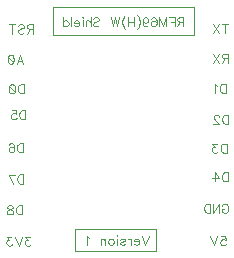
<source format=gbr>
G04 DipTrace 3.0.0.2*
G04 BottomSilk.gbr*
%MOIN*%
G04 #@! TF.FileFunction,Legend,Bot*
G04 #@! TF.Part,Single*
%ADD15C,0.003937*%
%ADD32C,0.004632*%
%FSLAX26Y26*%
G04*
G70*
G90*
G75*
G01*
G04 BotSilk*
%LPD*%
X746378Y524724D2*
D15*
X1018031D1*
Y449528D1*
X746378D1*
Y524724D1*
X673937Y1263701D2*
X1143228D1*
Y1171969D1*
X673937D1*
Y1263701D1*
X606491Y1191083D2*
D32*
X593591D1*
X589280Y1192542D1*
X587821Y1193968D1*
X586395Y1196820D1*
Y1199705D1*
X587821Y1202557D1*
X589280Y1204016D1*
X593591Y1205442D1*
X606491D1*
Y1175298D1*
X596443Y1191083D2*
X586395Y1175298D1*
X557035Y1201131D2*
X559887Y1204016D1*
X564198Y1205442D1*
X569935D1*
X574246Y1204016D1*
X577131Y1201131D1*
Y1198279D1*
X575672Y1195394D1*
X574246Y1193968D1*
X571394Y1192542D1*
X562772Y1189657D1*
X559887Y1188231D1*
X558461Y1186772D1*
X557035Y1183920D1*
Y1179609D1*
X559887Y1176757D1*
X564198Y1175298D1*
X569935D1*
X574246Y1176757D1*
X577131Y1179609D1*
X537723Y1205442D2*
Y1175298D1*
X547771Y1205442D2*
X527675D1*
X596957Y498408D2*
X581206D1*
X589794Y486934D1*
X585483D1*
X582632Y485509D1*
X581206Y484083D1*
X579746Y479772D1*
Y476920D1*
X581206Y472609D1*
X584057Y469724D1*
X588369Y468298D1*
X592680D1*
X596957Y469724D1*
X598383Y471183D1*
X599842Y474035D1*
X570483Y498442D2*
X559009Y468298D1*
X547535Y498442D1*
X535386Y498408D2*
X519635D1*
X528223Y486934D1*
X523912D1*
X521061Y485509D1*
X519635Y484083D1*
X518175Y479772D1*
Y476920D1*
X519635Y472609D1*
X522486Y469724D1*
X526798Y468298D1*
X531109D1*
X535386Y469724D1*
X536812Y471183D1*
X538271Y474035D1*
X1108709Y1215203D2*
X1095809D1*
X1091498Y1216662D1*
X1090039Y1218088D1*
X1088613Y1220940D1*
Y1223825D1*
X1090039Y1226677D1*
X1091498Y1228136D1*
X1095809Y1229562D1*
X1108709D1*
Y1199418D1*
X1098661Y1215203D2*
X1088613Y1199418D1*
X1060679Y1229562D2*
X1079349D1*
Y1199418D1*
Y1215203D2*
X1067875D1*
X1028468Y1199418D2*
Y1229562D1*
X1039942Y1199418D1*
X1051416Y1229562D1*
Y1199418D1*
X1001993Y1225251D2*
X1003419Y1228103D1*
X1007730Y1229529D1*
X1010582D1*
X1014893Y1228103D1*
X1017778Y1223792D1*
X1019204Y1216629D1*
Y1209466D1*
X1017778Y1203729D1*
X1014893Y1200844D1*
X1010582Y1199418D1*
X1009156D1*
X1004878Y1200844D1*
X1001993Y1203729D1*
X1000567Y1208040D1*
Y1209466D1*
X1001993Y1213777D1*
X1004878Y1216629D1*
X1009156Y1218055D1*
X1010582D1*
X1014893Y1216629D1*
X1017778Y1213777D1*
X1019204Y1209466D1*
X972634Y1219514D2*
X974093Y1215203D1*
X976945Y1212318D1*
X981256Y1210892D1*
X982682D1*
X986993Y1212318D1*
X989845Y1215203D1*
X991304Y1219514D1*
Y1220940D1*
X989845Y1225251D1*
X986993Y1228103D1*
X982682Y1229529D1*
X981256D1*
X976945Y1228103D1*
X974093Y1225251D1*
X972634Y1219514D1*
Y1212318D1*
X974093Y1205155D1*
X976945Y1200844D1*
X981256Y1199418D1*
X984108D1*
X988419Y1200844D1*
X989845Y1203729D1*
X953322Y1237422D2*
X956207Y1234570D1*
X959059Y1230259D1*
X961944Y1224522D1*
X963370Y1217326D1*
Y1211589D1*
X961944Y1204426D1*
X959059Y1198689D1*
X956207Y1194378D1*
X953322Y1191526D1*
X944059Y1229562D2*
Y1199418D1*
X923963Y1229562D2*
Y1199418D1*
X944059Y1215203D2*
X923963D1*
X914699Y1237422D2*
X911814Y1234570D1*
X908962Y1230259D1*
X906077Y1224522D1*
X904651Y1217326D1*
Y1211589D1*
X906077Y1204426D1*
X908962Y1198689D1*
X911814Y1194378D1*
X914699Y1191526D1*
X895388Y1229562D2*
X888192Y1199418D1*
X881029Y1229562D1*
X873866Y1199418D1*
X866670Y1229562D1*
X808149Y1225251D2*
X811001Y1228136D1*
X815312Y1229562D1*
X821049D1*
X825360Y1228136D1*
X828245Y1225251D1*
Y1222399D1*
X826786Y1219514D1*
X825360Y1218088D1*
X822508Y1216662D1*
X813886Y1213777D1*
X811001Y1212351D1*
X809575Y1210892D1*
X808149Y1208040D1*
Y1203729D1*
X811001Y1200877D1*
X815312Y1199418D1*
X821049D1*
X825360Y1200877D1*
X828245Y1203729D1*
X798886Y1229562D2*
Y1199418D1*
Y1213777D2*
X794575Y1218088D1*
X791690Y1219514D1*
X787379D1*
X784527Y1218088D1*
X783101Y1213777D1*
Y1199418D1*
X773837Y1229562D2*
X772411Y1228136D1*
X770952Y1229562D1*
X772411Y1231021D1*
X773837Y1229562D1*
X772411Y1219514D2*
Y1199418D1*
X761689Y1210892D2*
X744478D1*
Y1213777D1*
X745904Y1216662D1*
X747330Y1218088D1*
X750215Y1219514D1*
X754526D1*
X757378Y1218088D1*
X760263Y1215203D1*
X761689Y1210892D1*
Y1208040D1*
X760263Y1203729D1*
X757378Y1200877D1*
X754526Y1199418D1*
X750215D1*
X747330Y1200877D1*
X744478Y1203729D1*
X735214Y1229562D2*
Y1199418D1*
X708740Y1229562D2*
Y1199418D1*
Y1215203D2*
X711592Y1218088D1*
X714477Y1219514D1*
X718788D1*
X721640Y1218088D1*
X724525Y1215203D1*
X725951Y1210892D1*
Y1208040D1*
X724525Y1203729D1*
X721640Y1200877D1*
X718788Y1199418D1*
X714477D1*
X711592Y1200877D1*
X708740Y1203729D1*
X1236895Y600279D2*
X1238321Y603131D1*
X1241206Y606016D1*
X1244057Y607442D1*
X1249794D1*
X1252680Y606016D1*
X1255531Y603131D1*
X1256991Y600279D1*
X1258417Y595968D1*
Y588772D1*
X1256991Y584494D1*
X1255531Y581609D1*
X1252680Y578757D1*
X1249794Y577298D1*
X1244057D1*
X1241206Y578757D1*
X1238321Y581609D1*
X1236895Y584494D1*
Y588772D1*
X1244057D1*
X1207535Y607442D2*
Y577298D1*
X1227631Y607442D1*
Y577298D1*
X1198271Y607442D2*
Y577298D1*
X1188223D1*
X1183912Y578757D1*
X1181027Y581609D1*
X1179601Y584494D1*
X1178175Y588772D1*
Y595968D1*
X1179601Y600279D1*
X1181027Y603131D1*
X1183912Y606016D1*
X1188223Y607442D1*
X1198271D1*
X552535Y1074298D2*
X564042Y1104442D1*
X575516Y1074298D1*
X571205Y1084346D2*
X556846D1*
X534649Y1104408D2*
X538960Y1102982D1*
X541846Y1098671D1*
X543271Y1091509D1*
Y1087197D1*
X541846Y1080035D1*
X538960Y1075724D1*
X534649Y1074298D1*
X531798D1*
X527486Y1075724D1*
X524635Y1080035D1*
X523175Y1087197D1*
Y1091509D1*
X524635Y1098671D1*
X527486Y1102982D1*
X531798Y1104408D1*
X534649D1*
X524635Y1098671D2*
X541846Y1080035D1*
X576631Y1006442D2*
Y976298D1*
X566583D1*
X562272Y977757D1*
X559387Y980609D1*
X557961Y983494D1*
X556535Y987772D1*
Y994968D1*
X557961Y999279D1*
X559387Y1002131D1*
X562272Y1005016D1*
X566583Y1006442D1*
X576631D1*
X538649Y1006408D2*
X542960Y1004982D1*
X545846Y1000671D1*
X547271Y993509D1*
Y989197D1*
X545846Y982035D1*
X542960Y977724D1*
X538649Y976298D1*
X535798D1*
X531486Y977724D1*
X528635Y982035D1*
X527175Y989197D1*
Y993509D1*
X528635Y1000671D1*
X531486Y1004982D1*
X535798Y1006408D1*
X538649D1*
X528635Y1000671D2*
X545846Y982035D1*
X582131Y919442D2*
Y889298D1*
X572083D1*
X567772Y890757D1*
X564887Y893609D1*
X563461Y896494D1*
X562035Y900772D1*
Y907968D1*
X563461Y912279D1*
X564887Y915131D1*
X567772Y918016D1*
X572083Y919442D1*
X582131D1*
X535561Y919408D2*
X549886D1*
X551312Y906509D1*
X549886Y907934D1*
X545575Y909394D1*
X541298D1*
X536986Y907934D1*
X534101Y905083D1*
X532675Y900772D1*
Y897920D1*
X534101Y893609D1*
X536986Y890724D1*
X541298Y889298D1*
X545575D1*
X549886Y890724D1*
X551312Y892183D1*
X552771Y895035D1*
X573672Y809442D2*
Y779298D1*
X563624D1*
X559313Y780757D1*
X556428Y783609D1*
X555002Y786494D1*
X553576Y790772D1*
Y797968D1*
X555002Y802279D1*
X556428Y805131D1*
X559313Y808016D1*
X563624Y809442D1*
X573672D1*
X527101Y805131D2*
X528527Y807982D1*
X532838Y809408D1*
X535690D1*
X540001Y807982D1*
X542886Y803671D1*
X544312Y796509D1*
Y789346D1*
X542886Y783609D1*
X540001Y780724D1*
X535690Y779298D1*
X534264D1*
X529986Y780724D1*
X527101Y783609D1*
X525675Y787920D1*
Y789346D1*
X527101Y793657D1*
X529986Y796509D1*
X534264Y797934D1*
X535690D1*
X540001Y796509D1*
X542886Y793657D1*
X544312Y789346D1*
X575131Y705442D2*
Y675298D1*
X565083D1*
X560772Y676757D1*
X557887Y679609D1*
X556461Y682494D1*
X555035Y686772D1*
Y693968D1*
X556461Y698279D1*
X557887Y701131D1*
X560772Y704016D1*
X565083Y705442D1*
X575131D1*
X540034Y675298D2*
X525675Y705408D1*
X545771D1*
X570098Y602442D2*
Y572298D1*
X560050D1*
X555739Y573757D1*
X552854Y576609D1*
X551428Y579494D1*
X550002Y583772D1*
Y590968D1*
X551428Y595279D1*
X552854Y598131D1*
X555739Y601016D1*
X560050Y602442D1*
X570098D1*
X533575Y602408D2*
X537853Y600982D1*
X539312Y598131D1*
Y595245D1*
X537853Y592394D1*
X535001Y590934D1*
X529264Y589509D1*
X524953Y588083D1*
X522101Y585197D1*
X520675Y582346D1*
Y578035D1*
X522101Y575183D1*
X523527Y573724D1*
X527838Y572298D1*
X533575D1*
X537853Y573724D1*
X539312Y575183D1*
X540738Y578035D1*
Y582346D1*
X539312Y585197D1*
X536427Y588083D1*
X532149Y589509D1*
X526412Y590934D1*
X523527Y592394D1*
X522101Y595245D1*
Y598131D1*
X523527Y600982D1*
X527838Y602408D1*
X533575D1*
X1249731Y1007442D2*
Y977298D1*
X1239683D1*
X1235372Y978757D1*
X1232487Y981609D1*
X1231061Y984494D1*
X1229635Y988772D1*
Y995968D1*
X1231061Y1000279D1*
X1232487Y1003131D1*
X1235372Y1006016D1*
X1239683Y1007442D1*
X1249731D1*
X1220372Y1001671D2*
X1217486Y1003131D1*
X1213175Y1007408D1*
Y977298D1*
X1258131Y904442D2*
Y874298D1*
X1248083D1*
X1243772Y875757D1*
X1240887Y878609D1*
X1239461Y881494D1*
X1238035Y885772D1*
Y892968D1*
X1239461Y897279D1*
X1240887Y900131D1*
X1243772Y903016D1*
X1248083Y904442D1*
X1258131D1*
X1227312Y897245D2*
Y898671D1*
X1225886Y901557D1*
X1224460Y902982D1*
X1221575Y904408D1*
X1215838D1*
X1212986Y902982D1*
X1211561Y901557D1*
X1210101Y898671D1*
Y895820D1*
X1211561Y892934D1*
X1214412Y888657D1*
X1228771Y874298D1*
X1208675D1*
X1252631Y808678D2*
Y778534D1*
X1242583D1*
X1238272Y779993D1*
X1235387Y782845D1*
X1233961Y785730D1*
X1232535Y790008D1*
Y797204D1*
X1233961Y801515D1*
X1235387Y804367D1*
X1238272Y807252D1*
X1242583Y808678D1*
X1252631D1*
X1220386Y808645D2*
X1204635D1*
X1213223Y797171D1*
X1208912D1*
X1206061Y795745D1*
X1204635Y794319D1*
X1203175Y790008D1*
Y787156D1*
X1204635Y782845D1*
X1207486Y779960D1*
X1211798Y778534D1*
X1216109D1*
X1220386Y779960D1*
X1221812Y781419D1*
X1223271Y784271D1*
X1256308Y712442D2*
Y682298D1*
X1246260D1*
X1241949Y683757D1*
X1239064Y686609D1*
X1237638Y689494D1*
X1236212Y693772D1*
Y700968D1*
X1237638Y705279D1*
X1239064Y708131D1*
X1241949Y711016D1*
X1246260Y712442D1*
X1256308D1*
X1212589Y682298D2*
Y712408D1*
X1226948Y692346D1*
X1205426D1*
X1233772Y499408D2*
X1248098D1*
X1249524Y486509D1*
X1248098Y487934D1*
X1243787Y489394D1*
X1239509D1*
X1235198Y487934D1*
X1232313Y485083D1*
X1230887Y480772D1*
Y477920D1*
X1232313Y473609D1*
X1235198Y470724D1*
X1239509Y469298D1*
X1243787D1*
X1248098Y470724D1*
X1249524Y472183D1*
X1250983Y475035D1*
X1221623Y499442D2*
X1210149Y469298D1*
X1198675Y499442D1*
X1246334Y1207421D2*
Y1177277D1*
X1256382Y1207421D2*
X1236286D1*
X1227022D2*
X1206926Y1177277D1*
Y1207421D2*
X1227022Y1177277D1*
X993186Y501127D2*
X981712Y470983D1*
X970238Y501127D1*
X960975Y482457D2*
X943764D1*
Y485342D1*
X945190Y488227D1*
X946616Y489653D1*
X949501Y491079D1*
X953812D1*
X956664Y489653D1*
X959549Y486768D1*
X960975Y482457D1*
Y479605D1*
X959549Y475294D1*
X956664Y472442D1*
X953812Y470983D1*
X949501D1*
X946616Y472442D1*
X943764Y475294D1*
X934500Y491079D2*
Y470983D1*
Y482457D2*
X933041Y486768D1*
X930189Y489653D1*
X927304Y491079D1*
X922993D1*
X897945Y486768D2*
X899371Y489653D1*
X903682Y491079D1*
X907993D1*
X912304Y489653D1*
X913730Y486768D1*
X912304Y483916D1*
X909419Y482457D1*
X902256Y481031D1*
X899371Y479605D1*
X897945Y476720D1*
Y475294D1*
X899371Y472442D1*
X903682Y470983D1*
X907993D1*
X912304Y472442D1*
X913730Y475294D1*
X888681Y501127D2*
X887255Y499701D1*
X885796Y501127D1*
X887255Y502586D1*
X888681Y501127D1*
X887255Y491079D2*
Y470983D1*
X869370Y491079D2*
X872222Y489653D1*
X875107Y486768D1*
X876533Y482457D1*
Y479605D1*
X875107Y475294D1*
X872222Y472442D1*
X869370Y470983D1*
X865059D1*
X862174Y472442D1*
X859322Y475294D1*
X857863Y479605D1*
Y482457D1*
X859322Y486768D1*
X862174Y489653D1*
X865059Y491079D1*
X869370D1*
X848599D2*
Y470983D1*
Y485342D2*
X844288Y489653D1*
X841403Y491079D1*
X837125D1*
X834240Y489653D1*
X832814Y485342D1*
Y470983D1*
X794390Y495356D2*
X791505Y496816D1*
X787194Y501093D1*
Y470983D1*
X1256382Y1093072D2*
X1243482D1*
X1239171Y1094531D1*
X1237712Y1095957D1*
X1236286Y1098809D1*
Y1101694D1*
X1237712Y1104546D1*
X1239171Y1106005D1*
X1243482Y1107431D1*
X1256382D1*
Y1077287D1*
X1246334Y1093072D2*
X1236286Y1077287D1*
X1227022Y1107431D2*
X1206926Y1077287D1*
Y1107431D2*
X1227022Y1077287D1*
M02*

</source>
